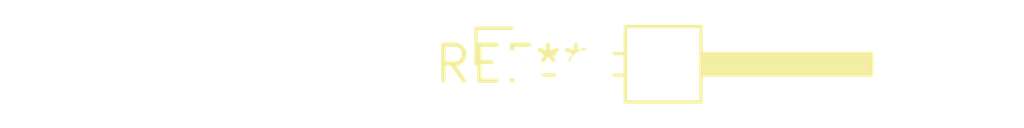
<source format=kicad_pcb>
(kicad_pcb (version 20240108) (generator pcbnew)
  (layers (0 "F.Cu" signal) (31 "B.Cu" signal) (34 "B.Paste" user) (35 "F.Paste" user) (36 "B.SilkS" user "B.Silkscreen") (37 "F.SilkS" user "F.Silkscreen") (38 "B.Mask" user) (39 "F.Mask" user) (44 "Edge.Cuts" user))
  (net 0 "")
  (footprint "PinHeader_2x01_P2.54mm_Horizontal" (layer "F.Cu") (at 0 0)
    (property "Reference" "REF**")
    (property "Value" "PinHeader_2x01_P2.54mm_Horizontal")
    (fp_line (start -1.27 -1.27) (end 0 -1.27) (layer "F.SilkS") (stroke (width 0.12)))
    (fp_line (start -1.27 0) (end -1.27 -1.27) (layer "F.SilkS") (stroke (width 0.12)))
    (fp_line (start 1.11 -0.38) (end 1.497071 -0.38) (layer "F.SilkS") (stroke (width 0.12)))
    (fp_line (start 1.11 0.38) (end 1.497071 0.38) (layer "F.SilkS") (stroke (width 0.12)))
    (fp_line (start 3.582929 -0.38) (end 3.98 -0.38) (layer "F.SilkS") (stroke (width 0.12)))
    (fp_line (start 3.582929 0.38) (end 3.98 0.38) (layer "F.SilkS") (stroke (width 0.12)))
    (fp_line (start 3.98 -1.33) (end 3.98 1.33) (layer "F.SilkS") (stroke (width 0.12)))
    (fp_line (start 3.98 1.33) (end 6.64 1.33) (layer "F.SilkS") (stroke (width 0.12)))
    (fp_line (start 6.64 -1.33) (end 3.98 -1.33) (layer "F.SilkS") (stroke (width 0.12)))
    (fp_line (start 6.64 -0.38) (end 12.64 -0.38) (layer "F.SilkS") (stroke (width 0.12)))
    (fp_line (start 6.64 -0.32) (end 12.64 -0.32) (layer "F.SilkS") (stroke (width 0.12)))
    (fp_line (start 6.64 -0.2) (end 12.64 -0.2) (layer "F.SilkS") (stroke (width 0.12)))
    (fp_line (start 6.64 -0.08) (end 12.64 -0.08) (layer "F.SilkS") (stroke (width 0.12)))
    (fp_line (start 6.64 0.04) (end 12.64 0.04) (layer "F.SilkS") (stroke (width 0.12)))
    (fp_line (start 6.64 0.16) (end 12.64 0.16) (layer "F.SilkS") (stroke (width 0.12)))
    (fp_line (start 6.64 0.28) (end 12.64 0.28) (layer "F.SilkS") (stroke (width 0.12)))
    (fp_line (start 6.64 1.33) (end 6.64 -1.33) (layer "F.SilkS") (stroke (width 0.12)))
    (fp_line (start 12.64 -0.38) (end 12.64 0.38) (layer "F.SilkS") (stroke (width 0.12)))
    (fp_line (start 12.64 0.38) (end 6.64 0.38) (layer "F.SilkS") (stroke (width 0.12)))
    (pad "1" thru_hole rect (at 0 0) (size 1.7 1.7) (drill 1) (layers *.Cu *.Mask) (remove_unused_layers))
    (pad "2" thru_hole oval (at 2.54 0) (size 1.7 1.7) (drill 1) (layers *.Cu *.Mask) (remove_unused_layers))
  )
)
</source>
